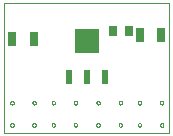
<source format=gbp>
G75*
%MOIN*%
%OFA0B0*%
%FSLAX25Y25*%
%IPPOS*%
%LPD*%
%AMOC8*
5,1,8,0,0,1.08239X$1,22.5*
%
%ADD10C,0.00000*%
%ADD11R,0.03150X0.04724*%
%ADD12R,0.02283X0.04724*%
%ADD13R,0.07874X0.07874*%
%ADD14R,0.02756X0.03543*%
D10*
X0056586Y0044415D02*
X0056586Y0087722D01*
X0111704Y0087722D01*
X0111704Y0044415D01*
X0056586Y0044415D01*
X0058593Y0047013D02*
X0058595Y0047061D01*
X0058601Y0047109D01*
X0058611Y0047156D01*
X0058624Y0047202D01*
X0058642Y0047247D01*
X0058662Y0047291D01*
X0058687Y0047333D01*
X0058715Y0047372D01*
X0058745Y0047409D01*
X0058779Y0047443D01*
X0058816Y0047475D01*
X0058854Y0047504D01*
X0058895Y0047529D01*
X0058938Y0047551D01*
X0058983Y0047569D01*
X0059029Y0047583D01*
X0059076Y0047594D01*
X0059124Y0047601D01*
X0059172Y0047604D01*
X0059220Y0047603D01*
X0059268Y0047598D01*
X0059316Y0047589D01*
X0059362Y0047577D01*
X0059407Y0047560D01*
X0059451Y0047540D01*
X0059493Y0047517D01*
X0059533Y0047490D01*
X0059571Y0047460D01*
X0059606Y0047427D01*
X0059638Y0047391D01*
X0059668Y0047353D01*
X0059694Y0047312D01*
X0059716Y0047269D01*
X0059736Y0047225D01*
X0059751Y0047180D01*
X0059763Y0047133D01*
X0059771Y0047085D01*
X0059775Y0047037D01*
X0059775Y0046989D01*
X0059771Y0046941D01*
X0059763Y0046893D01*
X0059751Y0046846D01*
X0059736Y0046801D01*
X0059716Y0046757D01*
X0059694Y0046714D01*
X0059668Y0046673D01*
X0059638Y0046635D01*
X0059606Y0046599D01*
X0059571Y0046566D01*
X0059533Y0046536D01*
X0059493Y0046509D01*
X0059451Y0046486D01*
X0059407Y0046466D01*
X0059362Y0046449D01*
X0059316Y0046437D01*
X0059268Y0046428D01*
X0059220Y0046423D01*
X0059172Y0046422D01*
X0059124Y0046425D01*
X0059076Y0046432D01*
X0059029Y0046443D01*
X0058983Y0046457D01*
X0058938Y0046475D01*
X0058895Y0046497D01*
X0058854Y0046522D01*
X0058816Y0046551D01*
X0058779Y0046583D01*
X0058745Y0046617D01*
X0058715Y0046654D01*
X0058687Y0046693D01*
X0058662Y0046735D01*
X0058642Y0046779D01*
X0058624Y0046824D01*
X0058611Y0046870D01*
X0058601Y0046917D01*
X0058595Y0046965D01*
X0058593Y0047013D01*
X0058593Y0054415D02*
X0058595Y0054463D01*
X0058601Y0054511D01*
X0058611Y0054558D01*
X0058624Y0054604D01*
X0058642Y0054649D01*
X0058662Y0054693D01*
X0058687Y0054735D01*
X0058715Y0054774D01*
X0058745Y0054811D01*
X0058779Y0054845D01*
X0058816Y0054877D01*
X0058854Y0054906D01*
X0058895Y0054931D01*
X0058938Y0054953D01*
X0058983Y0054971D01*
X0059029Y0054985D01*
X0059076Y0054996D01*
X0059124Y0055003D01*
X0059172Y0055006D01*
X0059220Y0055005D01*
X0059268Y0055000D01*
X0059316Y0054991D01*
X0059362Y0054979D01*
X0059407Y0054962D01*
X0059451Y0054942D01*
X0059493Y0054919D01*
X0059533Y0054892D01*
X0059571Y0054862D01*
X0059606Y0054829D01*
X0059638Y0054793D01*
X0059668Y0054755D01*
X0059694Y0054714D01*
X0059716Y0054671D01*
X0059736Y0054627D01*
X0059751Y0054582D01*
X0059763Y0054535D01*
X0059771Y0054487D01*
X0059775Y0054439D01*
X0059775Y0054391D01*
X0059771Y0054343D01*
X0059763Y0054295D01*
X0059751Y0054248D01*
X0059736Y0054203D01*
X0059716Y0054159D01*
X0059694Y0054116D01*
X0059668Y0054075D01*
X0059638Y0054037D01*
X0059606Y0054001D01*
X0059571Y0053968D01*
X0059533Y0053938D01*
X0059493Y0053911D01*
X0059451Y0053888D01*
X0059407Y0053868D01*
X0059362Y0053851D01*
X0059316Y0053839D01*
X0059268Y0053830D01*
X0059220Y0053825D01*
X0059172Y0053824D01*
X0059124Y0053827D01*
X0059076Y0053834D01*
X0059029Y0053845D01*
X0058983Y0053859D01*
X0058938Y0053877D01*
X0058895Y0053899D01*
X0058854Y0053924D01*
X0058816Y0053953D01*
X0058779Y0053985D01*
X0058745Y0054019D01*
X0058715Y0054056D01*
X0058687Y0054095D01*
X0058662Y0054137D01*
X0058642Y0054181D01*
X0058624Y0054226D01*
X0058611Y0054272D01*
X0058601Y0054319D01*
X0058595Y0054367D01*
X0058593Y0054415D01*
X0065995Y0054415D02*
X0065997Y0054463D01*
X0066003Y0054511D01*
X0066013Y0054558D01*
X0066026Y0054604D01*
X0066044Y0054649D01*
X0066064Y0054693D01*
X0066089Y0054735D01*
X0066117Y0054774D01*
X0066147Y0054811D01*
X0066181Y0054845D01*
X0066218Y0054877D01*
X0066256Y0054906D01*
X0066297Y0054931D01*
X0066340Y0054953D01*
X0066385Y0054971D01*
X0066431Y0054985D01*
X0066478Y0054996D01*
X0066526Y0055003D01*
X0066574Y0055006D01*
X0066622Y0055005D01*
X0066670Y0055000D01*
X0066718Y0054991D01*
X0066764Y0054979D01*
X0066809Y0054962D01*
X0066853Y0054942D01*
X0066895Y0054919D01*
X0066935Y0054892D01*
X0066973Y0054862D01*
X0067008Y0054829D01*
X0067040Y0054793D01*
X0067070Y0054755D01*
X0067096Y0054714D01*
X0067118Y0054671D01*
X0067138Y0054627D01*
X0067153Y0054582D01*
X0067165Y0054535D01*
X0067173Y0054487D01*
X0067177Y0054439D01*
X0067177Y0054391D01*
X0067173Y0054343D01*
X0067165Y0054295D01*
X0067153Y0054248D01*
X0067138Y0054203D01*
X0067118Y0054159D01*
X0067096Y0054116D01*
X0067070Y0054075D01*
X0067040Y0054037D01*
X0067008Y0054001D01*
X0066973Y0053968D01*
X0066935Y0053938D01*
X0066895Y0053911D01*
X0066853Y0053888D01*
X0066809Y0053868D01*
X0066764Y0053851D01*
X0066718Y0053839D01*
X0066670Y0053830D01*
X0066622Y0053825D01*
X0066574Y0053824D01*
X0066526Y0053827D01*
X0066478Y0053834D01*
X0066431Y0053845D01*
X0066385Y0053859D01*
X0066340Y0053877D01*
X0066297Y0053899D01*
X0066256Y0053924D01*
X0066218Y0053953D01*
X0066181Y0053985D01*
X0066147Y0054019D01*
X0066117Y0054056D01*
X0066089Y0054095D01*
X0066064Y0054137D01*
X0066044Y0054181D01*
X0066026Y0054226D01*
X0066013Y0054272D01*
X0066003Y0054319D01*
X0065997Y0054367D01*
X0065995Y0054415D01*
X0072373Y0054415D02*
X0072375Y0054463D01*
X0072381Y0054511D01*
X0072391Y0054558D01*
X0072404Y0054604D01*
X0072422Y0054649D01*
X0072442Y0054693D01*
X0072467Y0054735D01*
X0072495Y0054774D01*
X0072525Y0054811D01*
X0072559Y0054845D01*
X0072596Y0054877D01*
X0072634Y0054906D01*
X0072675Y0054931D01*
X0072718Y0054953D01*
X0072763Y0054971D01*
X0072809Y0054985D01*
X0072856Y0054996D01*
X0072904Y0055003D01*
X0072952Y0055006D01*
X0073000Y0055005D01*
X0073048Y0055000D01*
X0073096Y0054991D01*
X0073142Y0054979D01*
X0073187Y0054962D01*
X0073231Y0054942D01*
X0073273Y0054919D01*
X0073313Y0054892D01*
X0073351Y0054862D01*
X0073386Y0054829D01*
X0073418Y0054793D01*
X0073448Y0054755D01*
X0073474Y0054714D01*
X0073496Y0054671D01*
X0073516Y0054627D01*
X0073531Y0054582D01*
X0073543Y0054535D01*
X0073551Y0054487D01*
X0073555Y0054439D01*
X0073555Y0054391D01*
X0073551Y0054343D01*
X0073543Y0054295D01*
X0073531Y0054248D01*
X0073516Y0054203D01*
X0073496Y0054159D01*
X0073474Y0054116D01*
X0073448Y0054075D01*
X0073418Y0054037D01*
X0073386Y0054001D01*
X0073351Y0053968D01*
X0073313Y0053938D01*
X0073273Y0053911D01*
X0073231Y0053888D01*
X0073187Y0053868D01*
X0073142Y0053851D01*
X0073096Y0053839D01*
X0073048Y0053830D01*
X0073000Y0053825D01*
X0072952Y0053824D01*
X0072904Y0053827D01*
X0072856Y0053834D01*
X0072809Y0053845D01*
X0072763Y0053859D01*
X0072718Y0053877D01*
X0072675Y0053899D01*
X0072634Y0053924D01*
X0072596Y0053953D01*
X0072559Y0053985D01*
X0072525Y0054019D01*
X0072495Y0054056D01*
X0072467Y0054095D01*
X0072442Y0054137D01*
X0072422Y0054181D01*
X0072404Y0054226D01*
X0072391Y0054272D01*
X0072381Y0054319D01*
X0072375Y0054367D01*
X0072373Y0054415D01*
X0072373Y0047013D02*
X0072375Y0047061D01*
X0072381Y0047109D01*
X0072391Y0047156D01*
X0072404Y0047202D01*
X0072422Y0047247D01*
X0072442Y0047291D01*
X0072467Y0047333D01*
X0072495Y0047372D01*
X0072525Y0047409D01*
X0072559Y0047443D01*
X0072596Y0047475D01*
X0072634Y0047504D01*
X0072675Y0047529D01*
X0072718Y0047551D01*
X0072763Y0047569D01*
X0072809Y0047583D01*
X0072856Y0047594D01*
X0072904Y0047601D01*
X0072952Y0047604D01*
X0073000Y0047603D01*
X0073048Y0047598D01*
X0073096Y0047589D01*
X0073142Y0047577D01*
X0073187Y0047560D01*
X0073231Y0047540D01*
X0073273Y0047517D01*
X0073313Y0047490D01*
X0073351Y0047460D01*
X0073386Y0047427D01*
X0073418Y0047391D01*
X0073448Y0047353D01*
X0073474Y0047312D01*
X0073496Y0047269D01*
X0073516Y0047225D01*
X0073531Y0047180D01*
X0073543Y0047133D01*
X0073551Y0047085D01*
X0073555Y0047037D01*
X0073555Y0046989D01*
X0073551Y0046941D01*
X0073543Y0046893D01*
X0073531Y0046846D01*
X0073516Y0046801D01*
X0073496Y0046757D01*
X0073474Y0046714D01*
X0073448Y0046673D01*
X0073418Y0046635D01*
X0073386Y0046599D01*
X0073351Y0046566D01*
X0073313Y0046536D01*
X0073273Y0046509D01*
X0073231Y0046486D01*
X0073187Y0046466D01*
X0073142Y0046449D01*
X0073096Y0046437D01*
X0073048Y0046428D01*
X0073000Y0046423D01*
X0072952Y0046422D01*
X0072904Y0046425D01*
X0072856Y0046432D01*
X0072809Y0046443D01*
X0072763Y0046457D01*
X0072718Y0046475D01*
X0072675Y0046497D01*
X0072634Y0046522D01*
X0072596Y0046551D01*
X0072559Y0046583D01*
X0072525Y0046617D01*
X0072495Y0046654D01*
X0072467Y0046693D01*
X0072442Y0046735D01*
X0072422Y0046779D01*
X0072404Y0046824D01*
X0072391Y0046870D01*
X0072381Y0046917D01*
X0072375Y0046965D01*
X0072373Y0047013D01*
X0065995Y0047013D02*
X0065997Y0047061D01*
X0066003Y0047109D01*
X0066013Y0047156D01*
X0066026Y0047202D01*
X0066044Y0047247D01*
X0066064Y0047291D01*
X0066089Y0047333D01*
X0066117Y0047372D01*
X0066147Y0047409D01*
X0066181Y0047443D01*
X0066218Y0047475D01*
X0066256Y0047504D01*
X0066297Y0047529D01*
X0066340Y0047551D01*
X0066385Y0047569D01*
X0066431Y0047583D01*
X0066478Y0047594D01*
X0066526Y0047601D01*
X0066574Y0047604D01*
X0066622Y0047603D01*
X0066670Y0047598D01*
X0066718Y0047589D01*
X0066764Y0047577D01*
X0066809Y0047560D01*
X0066853Y0047540D01*
X0066895Y0047517D01*
X0066935Y0047490D01*
X0066973Y0047460D01*
X0067008Y0047427D01*
X0067040Y0047391D01*
X0067070Y0047353D01*
X0067096Y0047312D01*
X0067118Y0047269D01*
X0067138Y0047225D01*
X0067153Y0047180D01*
X0067165Y0047133D01*
X0067173Y0047085D01*
X0067177Y0047037D01*
X0067177Y0046989D01*
X0067173Y0046941D01*
X0067165Y0046893D01*
X0067153Y0046846D01*
X0067138Y0046801D01*
X0067118Y0046757D01*
X0067096Y0046714D01*
X0067070Y0046673D01*
X0067040Y0046635D01*
X0067008Y0046599D01*
X0066973Y0046566D01*
X0066935Y0046536D01*
X0066895Y0046509D01*
X0066853Y0046486D01*
X0066809Y0046466D01*
X0066764Y0046449D01*
X0066718Y0046437D01*
X0066670Y0046428D01*
X0066622Y0046423D01*
X0066574Y0046422D01*
X0066526Y0046425D01*
X0066478Y0046432D01*
X0066431Y0046443D01*
X0066385Y0046457D01*
X0066340Y0046475D01*
X0066297Y0046497D01*
X0066256Y0046522D01*
X0066218Y0046551D01*
X0066181Y0046583D01*
X0066147Y0046617D01*
X0066117Y0046654D01*
X0066089Y0046693D01*
X0066064Y0046735D01*
X0066044Y0046779D01*
X0066026Y0046824D01*
X0066013Y0046870D01*
X0066003Y0046917D01*
X0065997Y0046965D01*
X0065995Y0047013D01*
X0079774Y0047013D02*
X0079776Y0047061D01*
X0079782Y0047109D01*
X0079792Y0047156D01*
X0079805Y0047202D01*
X0079823Y0047247D01*
X0079843Y0047291D01*
X0079868Y0047333D01*
X0079896Y0047372D01*
X0079926Y0047409D01*
X0079960Y0047443D01*
X0079997Y0047475D01*
X0080035Y0047504D01*
X0080076Y0047529D01*
X0080119Y0047551D01*
X0080164Y0047569D01*
X0080210Y0047583D01*
X0080257Y0047594D01*
X0080305Y0047601D01*
X0080353Y0047604D01*
X0080401Y0047603D01*
X0080449Y0047598D01*
X0080497Y0047589D01*
X0080543Y0047577D01*
X0080588Y0047560D01*
X0080632Y0047540D01*
X0080674Y0047517D01*
X0080714Y0047490D01*
X0080752Y0047460D01*
X0080787Y0047427D01*
X0080819Y0047391D01*
X0080849Y0047353D01*
X0080875Y0047312D01*
X0080897Y0047269D01*
X0080917Y0047225D01*
X0080932Y0047180D01*
X0080944Y0047133D01*
X0080952Y0047085D01*
X0080956Y0047037D01*
X0080956Y0046989D01*
X0080952Y0046941D01*
X0080944Y0046893D01*
X0080932Y0046846D01*
X0080917Y0046801D01*
X0080897Y0046757D01*
X0080875Y0046714D01*
X0080849Y0046673D01*
X0080819Y0046635D01*
X0080787Y0046599D01*
X0080752Y0046566D01*
X0080714Y0046536D01*
X0080674Y0046509D01*
X0080632Y0046486D01*
X0080588Y0046466D01*
X0080543Y0046449D01*
X0080497Y0046437D01*
X0080449Y0046428D01*
X0080401Y0046423D01*
X0080353Y0046422D01*
X0080305Y0046425D01*
X0080257Y0046432D01*
X0080210Y0046443D01*
X0080164Y0046457D01*
X0080119Y0046475D01*
X0080076Y0046497D01*
X0080035Y0046522D01*
X0079997Y0046551D01*
X0079960Y0046583D01*
X0079926Y0046617D01*
X0079896Y0046654D01*
X0079868Y0046693D01*
X0079843Y0046735D01*
X0079823Y0046779D01*
X0079805Y0046824D01*
X0079792Y0046870D01*
X0079782Y0046917D01*
X0079776Y0046965D01*
X0079774Y0047013D01*
X0079774Y0054415D02*
X0079776Y0054463D01*
X0079782Y0054511D01*
X0079792Y0054558D01*
X0079805Y0054604D01*
X0079823Y0054649D01*
X0079843Y0054693D01*
X0079868Y0054735D01*
X0079896Y0054774D01*
X0079926Y0054811D01*
X0079960Y0054845D01*
X0079997Y0054877D01*
X0080035Y0054906D01*
X0080076Y0054931D01*
X0080119Y0054953D01*
X0080164Y0054971D01*
X0080210Y0054985D01*
X0080257Y0054996D01*
X0080305Y0055003D01*
X0080353Y0055006D01*
X0080401Y0055005D01*
X0080449Y0055000D01*
X0080497Y0054991D01*
X0080543Y0054979D01*
X0080588Y0054962D01*
X0080632Y0054942D01*
X0080674Y0054919D01*
X0080714Y0054892D01*
X0080752Y0054862D01*
X0080787Y0054829D01*
X0080819Y0054793D01*
X0080849Y0054755D01*
X0080875Y0054714D01*
X0080897Y0054671D01*
X0080917Y0054627D01*
X0080932Y0054582D01*
X0080944Y0054535D01*
X0080952Y0054487D01*
X0080956Y0054439D01*
X0080956Y0054391D01*
X0080952Y0054343D01*
X0080944Y0054295D01*
X0080932Y0054248D01*
X0080917Y0054203D01*
X0080897Y0054159D01*
X0080875Y0054116D01*
X0080849Y0054075D01*
X0080819Y0054037D01*
X0080787Y0054001D01*
X0080752Y0053968D01*
X0080714Y0053938D01*
X0080674Y0053911D01*
X0080632Y0053888D01*
X0080588Y0053868D01*
X0080543Y0053851D01*
X0080497Y0053839D01*
X0080449Y0053830D01*
X0080401Y0053825D01*
X0080353Y0053824D01*
X0080305Y0053827D01*
X0080257Y0053834D01*
X0080210Y0053845D01*
X0080164Y0053859D01*
X0080119Y0053877D01*
X0080076Y0053899D01*
X0080035Y0053924D01*
X0079997Y0053953D01*
X0079960Y0053985D01*
X0079926Y0054019D01*
X0079896Y0054056D01*
X0079868Y0054095D01*
X0079843Y0054137D01*
X0079823Y0054181D01*
X0079805Y0054226D01*
X0079792Y0054272D01*
X0079782Y0054319D01*
X0079776Y0054367D01*
X0079774Y0054415D01*
X0087333Y0054415D02*
X0087335Y0054463D01*
X0087341Y0054511D01*
X0087351Y0054558D01*
X0087364Y0054604D01*
X0087382Y0054649D01*
X0087402Y0054693D01*
X0087427Y0054735D01*
X0087455Y0054774D01*
X0087485Y0054811D01*
X0087519Y0054845D01*
X0087556Y0054877D01*
X0087594Y0054906D01*
X0087635Y0054931D01*
X0087678Y0054953D01*
X0087723Y0054971D01*
X0087769Y0054985D01*
X0087816Y0054996D01*
X0087864Y0055003D01*
X0087912Y0055006D01*
X0087960Y0055005D01*
X0088008Y0055000D01*
X0088056Y0054991D01*
X0088102Y0054979D01*
X0088147Y0054962D01*
X0088191Y0054942D01*
X0088233Y0054919D01*
X0088273Y0054892D01*
X0088311Y0054862D01*
X0088346Y0054829D01*
X0088378Y0054793D01*
X0088408Y0054755D01*
X0088434Y0054714D01*
X0088456Y0054671D01*
X0088476Y0054627D01*
X0088491Y0054582D01*
X0088503Y0054535D01*
X0088511Y0054487D01*
X0088515Y0054439D01*
X0088515Y0054391D01*
X0088511Y0054343D01*
X0088503Y0054295D01*
X0088491Y0054248D01*
X0088476Y0054203D01*
X0088456Y0054159D01*
X0088434Y0054116D01*
X0088408Y0054075D01*
X0088378Y0054037D01*
X0088346Y0054001D01*
X0088311Y0053968D01*
X0088273Y0053938D01*
X0088233Y0053911D01*
X0088191Y0053888D01*
X0088147Y0053868D01*
X0088102Y0053851D01*
X0088056Y0053839D01*
X0088008Y0053830D01*
X0087960Y0053825D01*
X0087912Y0053824D01*
X0087864Y0053827D01*
X0087816Y0053834D01*
X0087769Y0053845D01*
X0087723Y0053859D01*
X0087678Y0053877D01*
X0087635Y0053899D01*
X0087594Y0053924D01*
X0087556Y0053953D01*
X0087519Y0053985D01*
X0087485Y0054019D01*
X0087455Y0054056D01*
X0087427Y0054095D01*
X0087402Y0054137D01*
X0087382Y0054181D01*
X0087364Y0054226D01*
X0087351Y0054272D01*
X0087341Y0054319D01*
X0087335Y0054367D01*
X0087333Y0054415D01*
X0087333Y0047013D02*
X0087335Y0047061D01*
X0087341Y0047109D01*
X0087351Y0047156D01*
X0087364Y0047202D01*
X0087382Y0047247D01*
X0087402Y0047291D01*
X0087427Y0047333D01*
X0087455Y0047372D01*
X0087485Y0047409D01*
X0087519Y0047443D01*
X0087556Y0047475D01*
X0087594Y0047504D01*
X0087635Y0047529D01*
X0087678Y0047551D01*
X0087723Y0047569D01*
X0087769Y0047583D01*
X0087816Y0047594D01*
X0087864Y0047601D01*
X0087912Y0047604D01*
X0087960Y0047603D01*
X0088008Y0047598D01*
X0088056Y0047589D01*
X0088102Y0047577D01*
X0088147Y0047560D01*
X0088191Y0047540D01*
X0088233Y0047517D01*
X0088273Y0047490D01*
X0088311Y0047460D01*
X0088346Y0047427D01*
X0088378Y0047391D01*
X0088408Y0047353D01*
X0088434Y0047312D01*
X0088456Y0047269D01*
X0088476Y0047225D01*
X0088491Y0047180D01*
X0088503Y0047133D01*
X0088511Y0047085D01*
X0088515Y0047037D01*
X0088515Y0046989D01*
X0088511Y0046941D01*
X0088503Y0046893D01*
X0088491Y0046846D01*
X0088476Y0046801D01*
X0088456Y0046757D01*
X0088434Y0046714D01*
X0088408Y0046673D01*
X0088378Y0046635D01*
X0088346Y0046599D01*
X0088311Y0046566D01*
X0088273Y0046536D01*
X0088233Y0046509D01*
X0088191Y0046486D01*
X0088147Y0046466D01*
X0088102Y0046449D01*
X0088056Y0046437D01*
X0088008Y0046428D01*
X0087960Y0046423D01*
X0087912Y0046422D01*
X0087864Y0046425D01*
X0087816Y0046432D01*
X0087769Y0046443D01*
X0087723Y0046457D01*
X0087678Y0046475D01*
X0087635Y0046497D01*
X0087594Y0046522D01*
X0087556Y0046551D01*
X0087519Y0046583D01*
X0087485Y0046617D01*
X0087455Y0046654D01*
X0087427Y0046693D01*
X0087402Y0046735D01*
X0087382Y0046779D01*
X0087364Y0046824D01*
X0087351Y0046870D01*
X0087341Y0046917D01*
X0087335Y0046965D01*
X0087333Y0047013D01*
X0094735Y0047013D02*
X0094737Y0047061D01*
X0094743Y0047109D01*
X0094753Y0047156D01*
X0094766Y0047202D01*
X0094784Y0047247D01*
X0094804Y0047291D01*
X0094829Y0047333D01*
X0094857Y0047372D01*
X0094887Y0047409D01*
X0094921Y0047443D01*
X0094958Y0047475D01*
X0094996Y0047504D01*
X0095037Y0047529D01*
X0095080Y0047551D01*
X0095125Y0047569D01*
X0095171Y0047583D01*
X0095218Y0047594D01*
X0095266Y0047601D01*
X0095314Y0047604D01*
X0095362Y0047603D01*
X0095410Y0047598D01*
X0095458Y0047589D01*
X0095504Y0047577D01*
X0095549Y0047560D01*
X0095593Y0047540D01*
X0095635Y0047517D01*
X0095675Y0047490D01*
X0095713Y0047460D01*
X0095748Y0047427D01*
X0095780Y0047391D01*
X0095810Y0047353D01*
X0095836Y0047312D01*
X0095858Y0047269D01*
X0095878Y0047225D01*
X0095893Y0047180D01*
X0095905Y0047133D01*
X0095913Y0047085D01*
X0095917Y0047037D01*
X0095917Y0046989D01*
X0095913Y0046941D01*
X0095905Y0046893D01*
X0095893Y0046846D01*
X0095878Y0046801D01*
X0095858Y0046757D01*
X0095836Y0046714D01*
X0095810Y0046673D01*
X0095780Y0046635D01*
X0095748Y0046599D01*
X0095713Y0046566D01*
X0095675Y0046536D01*
X0095635Y0046509D01*
X0095593Y0046486D01*
X0095549Y0046466D01*
X0095504Y0046449D01*
X0095458Y0046437D01*
X0095410Y0046428D01*
X0095362Y0046423D01*
X0095314Y0046422D01*
X0095266Y0046425D01*
X0095218Y0046432D01*
X0095171Y0046443D01*
X0095125Y0046457D01*
X0095080Y0046475D01*
X0095037Y0046497D01*
X0094996Y0046522D01*
X0094958Y0046551D01*
X0094921Y0046583D01*
X0094887Y0046617D01*
X0094857Y0046654D01*
X0094829Y0046693D01*
X0094804Y0046735D01*
X0094784Y0046779D01*
X0094766Y0046824D01*
X0094753Y0046870D01*
X0094743Y0046917D01*
X0094737Y0046965D01*
X0094735Y0047013D01*
X0101113Y0047013D02*
X0101115Y0047061D01*
X0101121Y0047109D01*
X0101131Y0047156D01*
X0101144Y0047202D01*
X0101162Y0047247D01*
X0101182Y0047291D01*
X0101207Y0047333D01*
X0101235Y0047372D01*
X0101265Y0047409D01*
X0101299Y0047443D01*
X0101336Y0047475D01*
X0101374Y0047504D01*
X0101415Y0047529D01*
X0101458Y0047551D01*
X0101503Y0047569D01*
X0101549Y0047583D01*
X0101596Y0047594D01*
X0101644Y0047601D01*
X0101692Y0047604D01*
X0101740Y0047603D01*
X0101788Y0047598D01*
X0101836Y0047589D01*
X0101882Y0047577D01*
X0101927Y0047560D01*
X0101971Y0047540D01*
X0102013Y0047517D01*
X0102053Y0047490D01*
X0102091Y0047460D01*
X0102126Y0047427D01*
X0102158Y0047391D01*
X0102188Y0047353D01*
X0102214Y0047312D01*
X0102236Y0047269D01*
X0102256Y0047225D01*
X0102271Y0047180D01*
X0102283Y0047133D01*
X0102291Y0047085D01*
X0102295Y0047037D01*
X0102295Y0046989D01*
X0102291Y0046941D01*
X0102283Y0046893D01*
X0102271Y0046846D01*
X0102256Y0046801D01*
X0102236Y0046757D01*
X0102214Y0046714D01*
X0102188Y0046673D01*
X0102158Y0046635D01*
X0102126Y0046599D01*
X0102091Y0046566D01*
X0102053Y0046536D01*
X0102013Y0046509D01*
X0101971Y0046486D01*
X0101927Y0046466D01*
X0101882Y0046449D01*
X0101836Y0046437D01*
X0101788Y0046428D01*
X0101740Y0046423D01*
X0101692Y0046422D01*
X0101644Y0046425D01*
X0101596Y0046432D01*
X0101549Y0046443D01*
X0101503Y0046457D01*
X0101458Y0046475D01*
X0101415Y0046497D01*
X0101374Y0046522D01*
X0101336Y0046551D01*
X0101299Y0046583D01*
X0101265Y0046617D01*
X0101235Y0046654D01*
X0101207Y0046693D01*
X0101182Y0046735D01*
X0101162Y0046779D01*
X0101144Y0046824D01*
X0101131Y0046870D01*
X0101121Y0046917D01*
X0101115Y0046965D01*
X0101113Y0047013D01*
X0101113Y0054415D02*
X0101115Y0054463D01*
X0101121Y0054511D01*
X0101131Y0054558D01*
X0101144Y0054604D01*
X0101162Y0054649D01*
X0101182Y0054693D01*
X0101207Y0054735D01*
X0101235Y0054774D01*
X0101265Y0054811D01*
X0101299Y0054845D01*
X0101336Y0054877D01*
X0101374Y0054906D01*
X0101415Y0054931D01*
X0101458Y0054953D01*
X0101503Y0054971D01*
X0101549Y0054985D01*
X0101596Y0054996D01*
X0101644Y0055003D01*
X0101692Y0055006D01*
X0101740Y0055005D01*
X0101788Y0055000D01*
X0101836Y0054991D01*
X0101882Y0054979D01*
X0101927Y0054962D01*
X0101971Y0054942D01*
X0102013Y0054919D01*
X0102053Y0054892D01*
X0102091Y0054862D01*
X0102126Y0054829D01*
X0102158Y0054793D01*
X0102188Y0054755D01*
X0102214Y0054714D01*
X0102236Y0054671D01*
X0102256Y0054627D01*
X0102271Y0054582D01*
X0102283Y0054535D01*
X0102291Y0054487D01*
X0102295Y0054439D01*
X0102295Y0054391D01*
X0102291Y0054343D01*
X0102283Y0054295D01*
X0102271Y0054248D01*
X0102256Y0054203D01*
X0102236Y0054159D01*
X0102214Y0054116D01*
X0102188Y0054075D01*
X0102158Y0054037D01*
X0102126Y0054001D01*
X0102091Y0053968D01*
X0102053Y0053938D01*
X0102013Y0053911D01*
X0101971Y0053888D01*
X0101927Y0053868D01*
X0101882Y0053851D01*
X0101836Y0053839D01*
X0101788Y0053830D01*
X0101740Y0053825D01*
X0101692Y0053824D01*
X0101644Y0053827D01*
X0101596Y0053834D01*
X0101549Y0053845D01*
X0101503Y0053859D01*
X0101458Y0053877D01*
X0101415Y0053899D01*
X0101374Y0053924D01*
X0101336Y0053953D01*
X0101299Y0053985D01*
X0101265Y0054019D01*
X0101235Y0054056D01*
X0101207Y0054095D01*
X0101182Y0054137D01*
X0101162Y0054181D01*
X0101144Y0054226D01*
X0101131Y0054272D01*
X0101121Y0054319D01*
X0101115Y0054367D01*
X0101113Y0054415D01*
X0094735Y0054415D02*
X0094737Y0054463D01*
X0094743Y0054511D01*
X0094753Y0054558D01*
X0094766Y0054604D01*
X0094784Y0054649D01*
X0094804Y0054693D01*
X0094829Y0054735D01*
X0094857Y0054774D01*
X0094887Y0054811D01*
X0094921Y0054845D01*
X0094958Y0054877D01*
X0094996Y0054906D01*
X0095037Y0054931D01*
X0095080Y0054953D01*
X0095125Y0054971D01*
X0095171Y0054985D01*
X0095218Y0054996D01*
X0095266Y0055003D01*
X0095314Y0055006D01*
X0095362Y0055005D01*
X0095410Y0055000D01*
X0095458Y0054991D01*
X0095504Y0054979D01*
X0095549Y0054962D01*
X0095593Y0054942D01*
X0095635Y0054919D01*
X0095675Y0054892D01*
X0095713Y0054862D01*
X0095748Y0054829D01*
X0095780Y0054793D01*
X0095810Y0054755D01*
X0095836Y0054714D01*
X0095858Y0054671D01*
X0095878Y0054627D01*
X0095893Y0054582D01*
X0095905Y0054535D01*
X0095913Y0054487D01*
X0095917Y0054439D01*
X0095917Y0054391D01*
X0095913Y0054343D01*
X0095905Y0054295D01*
X0095893Y0054248D01*
X0095878Y0054203D01*
X0095858Y0054159D01*
X0095836Y0054116D01*
X0095810Y0054075D01*
X0095780Y0054037D01*
X0095748Y0054001D01*
X0095713Y0053968D01*
X0095675Y0053938D01*
X0095635Y0053911D01*
X0095593Y0053888D01*
X0095549Y0053868D01*
X0095504Y0053851D01*
X0095458Y0053839D01*
X0095410Y0053830D01*
X0095362Y0053825D01*
X0095314Y0053824D01*
X0095266Y0053827D01*
X0095218Y0053834D01*
X0095171Y0053845D01*
X0095125Y0053859D01*
X0095080Y0053877D01*
X0095037Y0053899D01*
X0094996Y0053924D01*
X0094958Y0053953D01*
X0094921Y0053985D01*
X0094887Y0054019D01*
X0094857Y0054056D01*
X0094829Y0054095D01*
X0094804Y0054137D01*
X0094784Y0054181D01*
X0094766Y0054226D01*
X0094753Y0054272D01*
X0094743Y0054319D01*
X0094737Y0054367D01*
X0094735Y0054415D01*
X0108515Y0054415D02*
X0108517Y0054463D01*
X0108523Y0054511D01*
X0108533Y0054558D01*
X0108546Y0054604D01*
X0108564Y0054649D01*
X0108584Y0054693D01*
X0108609Y0054735D01*
X0108637Y0054774D01*
X0108667Y0054811D01*
X0108701Y0054845D01*
X0108738Y0054877D01*
X0108776Y0054906D01*
X0108817Y0054931D01*
X0108860Y0054953D01*
X0108905Y0054971D01*
X0108951Y0054985D01*
X0108998Y0054996D01*
X0109046Y0055003D01*
X0109094Y0055006D01*
X0109142Y0055005D01*
X0109190Y0055000D01*
X0109238Y0054991D01*
X0109284Y0054979D01*
X0109329Y0054962D01*
X0109373Y0054942D01*
X0109415Y0054919D01*
X0109455Y0054892D01*
X0109493Y0054862D01*
X0109528Y0054829D01*
X0109560Y0054793D01*
X0109590Y0054755D01*
X0109616Y0054714D01*
X0109638Y0054671D01*
X0109658Y0054627D01*
X0109673Y0054582D01*
X0109685Y0054535D01*
X0109693Y0054487D01*
X0109697Y0054439D01*
X0109697Y0054391D01*
X0109693Y0054343D01*
X0109685Y0054295D01*
X0109673Y0054248D01*
X0109658Y0054203D01*
X0109638Y0054159D01*
X0109616Y0054116D01*
X0109590Y0054075D01*
X0109560Y0054037D01*
X0109528Y0054001D01*
X0109493Y0053968D01*
X0109455Y0053938D01*
X0109415Y0053911D01*
X0109373Y0053888D01*
X0109329Y0053868D01*
X0109284Y0053851D01*
X0109238Y0053839D01*
X0109190Y0053830D01*
X0109142Y0053825D01*
X0109094Y0053824D01*
X0109046Y0053827D01*
X0108998Y0053834D01*
X0108951Y0053845D01*
X0108905Y0053859D01*
X0108860Y0053877D01*
X0108817Y0053899D01*
X0108776Y0053924D01*
X0108738Y0053953D01*
X0108701Y0053985D01*
X0108667Y0054019D01*
X0108637Y0054056D01*
X0108609Y0054095D01*
X0108584Y0054137D01*
X0108564Y0054181D01*
X0108546Y0054226D01*
X0108533Y0054272D01*
X0108523Y0054319D01*
X0108517Y0054367D01*
X0108515Y0054415D01*
X0108515Y0047013D02*
X0108517Y0047061D01*
X0108523Y0047109D01*
X0108533Y0047156D01*
X0108546Y0047202D01*
X0108564Y0047247D01*
X0108584Y0047291D01*
X0108609Y0047333D01*
X0108637Y0047372D01*
X0108667Y0047409D01*
X0108701Y0047443D01*
X0108738Y0047475D01*
X0108776Y0047504D01*
X0108817Y0047529D01*
X0108860Y0047551D01*
X0108905Y0047569D01*
X0108951Y0047583D01*
X0108998Y0047594D01*
X0109046Y0047601D01*
X0109094Y0047604D01*
X0109142Y0047603D01*
X0109190Y0047598D01*
X0109238Y0047589D01*
X0109284Y0047577D01*
X0109329Y0047560D01*
X0109373Y0047540D01*
X0109415Y0047517D01*
X0109455Y0047490D01*
X0109493Y0047460D01*
X0109528Y0047427D01*
X0109560Y0047391D01*
X0109590Y0047353D01*
X0109616Y0047312D01*
X0109638Y0047269D01*
X0109658Y0047225D01*
X0109673Y0047180D01*
X0109685Y0047133D01*
X0109693Y0047085D01*
X0109697Y0047037D01*
X0109697Y0046989D01*
X0109693Y0046941D01*
X0109685Y0046893D01*
X0109673Y0046846D01*
X0109658Y0046801D01*
X0109638Y0046757D01*
X0109616Y0046714D01*
X0109590Y0046673D01*
X0109560Y0046635D01*
X0109528Y0046599D01*
X0109493Y0046566D01*
X0109455Y0046536D01*
X0109415Y0046509D01*
X0109373Y0046486D01*
X0109329Y0046466D01*
X0109284Y0046449D01*
X0109238Y0046437D01*
X0109190Y0046428D01*
X0109142Y0046423D01*
X0109094Y0046422D01*
X0109046Y0046425D01*
X0108998Y0046432D01*
X0108951Y0046443D01*
X0108905Y0046457D01*
X0108860Y0046475D01*
X0108817Y0046497D01*
X0108776Y0046522D01*
X0108738Y0046551D01*
X0108701Y0046583D01*
X0108667Y0046617D01*
X0108637Y0046654D01*
X0108609Y0046693D01*
X0108584Y0046735D01*
X0108564Y0046779D01*
X0108546Y0046824D01*
X0108533Y0046870D01*
X0108523Y0046917D01*
X0108517Y0046965D01*
X0108515Y0047013D01*
D11*
X0109027Y0077092D03*
X0101940Y0077092D03*
X0066428Y0075517D03*
X0059342Y0075517D03*
D12*
X0078239Y0062919D03*
X0084145Y0062919D03*
X0090050Y0062919D03*
D13*
X0084145Y0075124D03*
D14*
X0093003Y0078273D03*
X0098121Y0078273D03*
M02*

</source>
